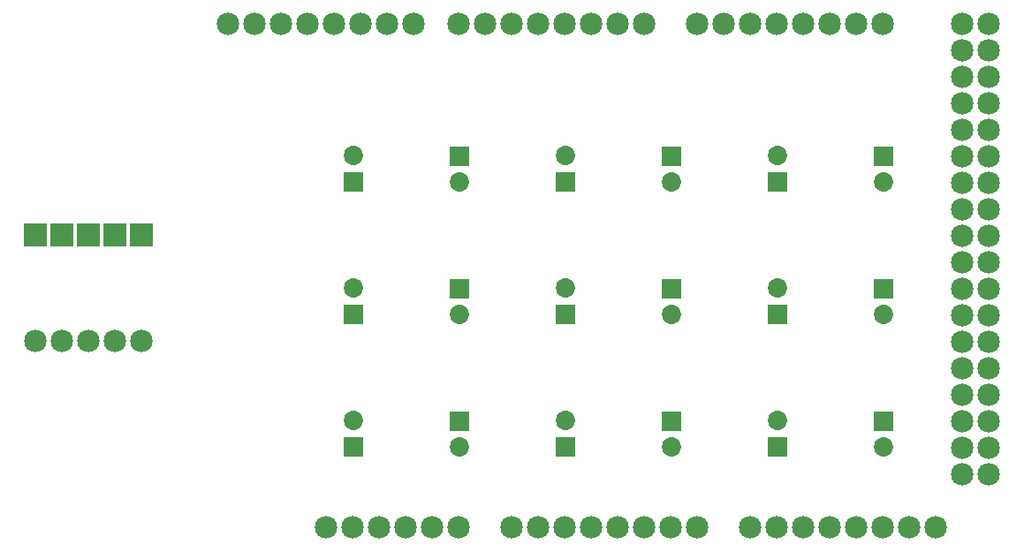
<source format=gts>
G04 MADE WITH FRITZING*
G04 WWW.FRITZING.ORG*
G04 DOUBLE SIDED*
G04 HOLES PLATED*
G04 CONTOUR ON CENTER OF CONTOUR VECTOR*
%ASAXBY*%
%FSLAX23Y23*%
%MOIN*%
%OFA0B0*%
%SFA1.0B1.0*%
%ADD10C,0.085000*%
%ADD11C,0.072992*%
%ADD12R,0.085000X0.085000*%
%ADD13R,0.072992X0.072992*%
%LNMASK1*%
G90*
G70*
G54D10*
X585Y1174D03*
X585Y774D03*
G54D11*
X2185Y376D03*
X2185Y474D03*
X3385Y972D03*
X3385Y874D03*
X2985Y876D03*
X2985Y974D03*
X1785Y472D03*
X1785Y374D03*
X2585Y472D03*
X2585Y374D03*
X3385Y472D03*
X3385Y374D03*
X2985Y376D03*
X2985Y474D03*
X2185Y876D03*
X2185Y974D03*
X1385Y376D03*
X1385Y474D03*
X2585Y1472D03*
X2585Y1374D03*
X2185Y1376D03*
X2185Y1474D03*
X1385Y1376D03*
X1385Y1474D03*
X1785Y1472D03*
X1785Y1374D03*
X1385Y876D03*
X1385Y974D03*
X2585Y972D03*
X2585Y874D03*
X1785Y972D03*
X1785Y874D03*
X3385Y1472D03*
X3385Y1374D03*
X2985Y1376D03*
X2985Y1474D03*
G54D10*
X485Y1174D03*
X485Y774D03*
X385Y1174D03*
X385Y774D03*
X285Y1174D03*
X285Y774D03*
X185Y1174D03*
X185Y774D03*
X911Y1970D03*
X1011Y1970D03*
X1111Y1970D03*
X1211Y1970D03*
X1311Y1970D03*
X1411Y1970D03*
X1511Y1970D03*
X1611Y1970D03*
X1781Y1970D03*
X1881Y1970D03*
X1981Y1970D03*
X2081Y1970D03*
X2181Y1970D03*
X2281Y1970D03*
X2381Y1970D03*
X2481Y1970D03*
X1281Y70D03*
X1381Y70D03*
X1481Y70D03*
X1581Y70D03*
X1681Y70D03*
X1781Y70D03*
X1981Y70D03*
X2081Y70D03*
X2181Y70D03*
X2281Y70D03*
X2381Y70D03*
X2481Y70D03*
X2681Y1970D03*
X2781Y1970D03*
X2881Y1970D03*
X2981Y1970D03*
X3081Y1970D03*
X3181Y1970D03*
X3281Y1970D03*
X3381Y1970D03*
X2581Y70D03*
X2681Y70D03*
X2881Y70D03*
X2981Y70D03*
X3081Y70D03*
X3181Y70D03*
X3281Y70D03*
X3381Y70D03*
X3481Y70D03*
X3581Y70D03*
X3681Y1970D03*
X3781Y1970D03*
X3681Y1870D03*
X3781Y1870D03*
X3681Y1770D03*
X3781Y1770D03*
X3681Y1670D03*
X3781Y1670D03*
X3681Y1570D03*
X3781Y1570D03*
X3681Y1470D03*
X3781Y1470D03*
X3681Y1370D03*
X3781Y1370D03*
X3681Y1270D03*
X3781Y1270D03*
X3681Y1170D03*
X3781Y1170D03*
X3681Y1070D03*
X3781Y1070D03*
X3681Y970D03*
X3781Y970D03*
X3681Y870D03*
X3781Y870D03*
X3681Y770D03*
X3781Y770D03*
X3681Y670D03*
X3781Y670D03*
X3681Y570D03*
X3781Y570D03*
X3681Y470D03*
X3781Y470D03*
X3681Y370D03*
X3781Y370D03*
X3681Y270D03*
X3781Y270D03*
G54D12*
X585Y1174D03*
G54D13*
X2185Y376D03*
X3385Y972D03*
X2985Y876D03*
X1785Y472D03*
X2585Y472D03*
X3385Y472D03*
X2985Y376D03*
X2185Y876D03*
X1385Y376D03*
X2585Y1472D03*
X2185Y1376D03*
X1385Y1376D03*
X1785Y1472D03*
X1385Y876D03*
X2585Y972D03*
X1785Y972D03*
X3385Y1472D03*
X2985Y1376D03*
G54D12*
X485Y1174D03*
X385Y1174D03*
X285Y1174D03*
X185Y1174D03*
G04 End of Mask1*
M02*
</source>
